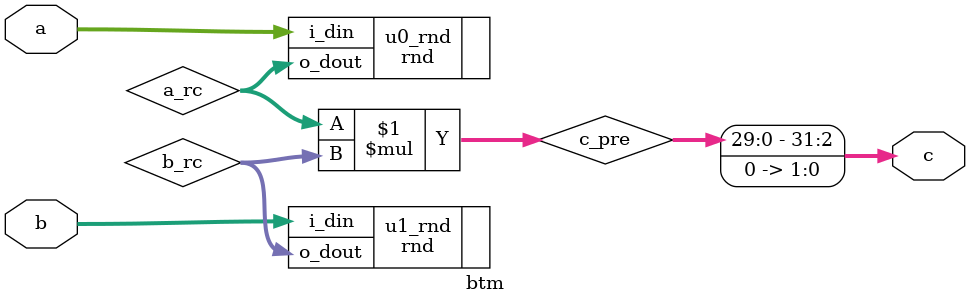
<source format=v>

`timescale 1ns/1ps

module btm (
  a,
  b,
  c
);

parameter BWOP = 32; //operand width
parameter NAB = 1;  //Number of Apx Bits

input  [BWOP-1:0]                                   a;
input  [BWOP-1:0]                                   b;
output [BWOP-1:0]                                   c;
wire   [BWOP-NAB-1:0]                               a_rc;
wire   [BWOP-NAB-1:0]                               b_rc;
wire   [2*BWOP-2*NAB - 1:0]                           c_pre;
wire overflow;
rnd #(BWOP,  NAB) u0_rnd(
  .i_din                   (a),
  .o_dout                  (a_rc              )
);

rnd #(BWOP, NAB) u1_rnd(
  .i_din                   (b),
  .o_dout                  (b_rc              )
);

assign c_pre = a_rc * b_rc;
assign c = (NAB == 0) ? c_pre[BWOP-1: 0]: {c_pre[BWOP-2*NAB - 1:0], {{2*NAB}{1'b0}}};
endmodule

</source>
